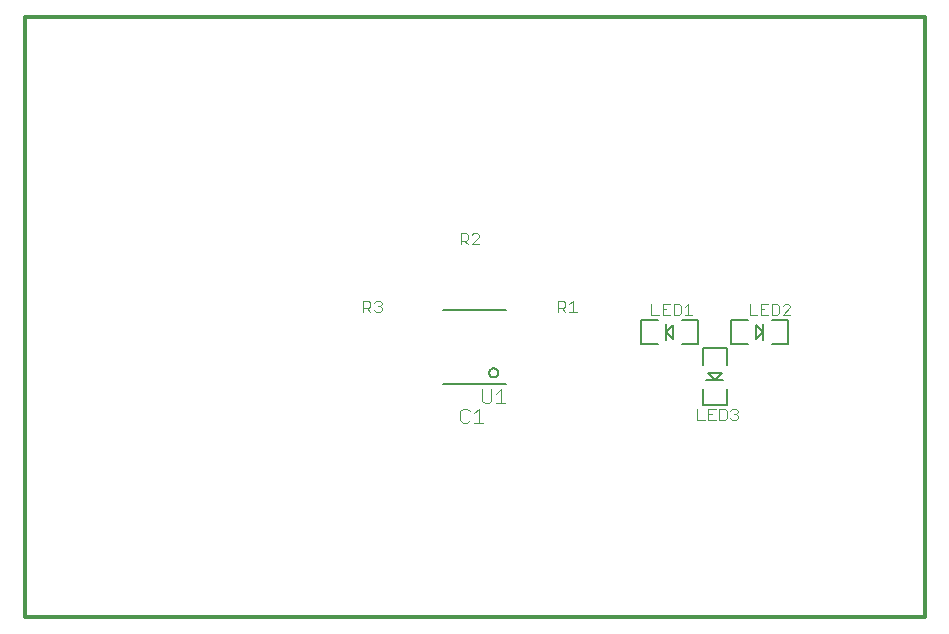
<source format=gto>
G75*
%MOIN*%
%OFA0B0*%
%FSLAX24Y24*%
%IPPOS*%
%LPD*%
%AMOC8*
5,1,8,0,0,1.08239X$1,22.5*
%
%ADD10C,0.0140*%
%ADD11C,0.0080*%
%ADD12C,0.0030*%
%ADD13C,0.0040*%
D10*
X000170Y000170D02*
X000170Y020170D01*
X030170Y020170D01*
X030170Y000170D01*
X000170Y000170D01*
D11*
X014117Y007940D02*
X016223Y007940D01*
X015645Y008302D02*
X015647Y008327D01*
X015653Y008350D01*
X015663Y008373D01*
X015676Y008394D01*
X015692Y008412D01*
X015711Y008428D01*
X015732Y008440D01*
X015755Y008449D01*
X015780Y008454D01*
X015804Y008455D01*
X015829Y008452D01*
X015852Y008445D01*
X015874Y008435D01*
X015895Y008421D01*
X015913Y008403D01*
X015927Y008384D01*
X015939Y008362D01*
X015947Y008339D01*
X015951Y008314D01*
X015951Y008290D01*
X015947Y008265D01*
X015939Y008242D01*
X015927Y008220D01*
X015913Y008201D01*
X015895Y008183D01*
X015875Y008169D01*
X015852Y008159D01*
X015829Y008152D01*
X015804Y008149D01*
X015780Y008150D01*
X015755Y008155D01*
X015732Y008164D01*
X015711Y008176D01*
X015692Y008192D01*
X015676Y008210D01*
X015663Y008231D01*
X015653Y008254D01*
X015647Y008277D01*
X015645Y008302D01*
X016223Y010410D02*
X014117Y010410D01*
X020725Y010064D02*
X020725Y009276D01*
X021276Y009276D01*
X021552Y009394D02*
X021552Y009670D01*
X021788Y009906D01*
X021788Y009434D01*
X021552Y009670D01*
X021552Y009946D01*
X021276Y010064D02*
X020725Y010064D01*
X022064Y010064D02*
X022615Y010064D01*
X022615Y009276D01*
X022064Y009276D01*
X022776Y009115D02*
X022776Y008564D01*
X022934Y008288D02*
X023170Y008052D01*
X023406Y008288D01*
X022934Y008288D01*
X022894Y008052D02*
X023170Y008052D01*
X023446Y008052D01*
X023564Y007776D02*
X023564Y007225D01*
X022776Y007225D01*
X022776Y007776D01*
X023564Y008564D02*
X023564Y009115D01*
X022776Y009115D01*
X023725Y009276D02*
X024276Y009276D01*
X024552Y009434D02*
X024788Y009670D01*
X024552Y009906D01*
X024552Y009434D01*
X024788Y009394D02*
X024788Y009670D01*
X024788Y009946D01*
X025064Y010064D02*
X025615Y010064D01*
X025615Y009276D01*
X025064Y009276D01*
X024276Y010064D02*
X023725Y010064D01*
X023725Y009276D01*
D12*
X024335Y010235D02*
X024582Y010235D01*
X024703Y010235D02*
X024950Y010235D01*
X025072Y010235D02*
X025257Y010235D01*
X025319Y010297D01*
X025319Y010544D01*
X025257Y010605D01*
X025072Y010605D01*
X025072Y010235D01*
X024827Y010420D02*
X024703Y010420D01*
X024703Y010605D02*
X024703Y010235D01*
X024335Y010235D02*
X024335Y010605D01*
X024703Y010605D02*
X024950Y010605D01*
X025440Y010544D02*
X025502Y010605D01*
X025625Y010605D01*
X025687Y010544D01*
X025687Y010482D01*
X025440Y010235D01*
X025687Y010235D01*
X022414Y010235D02*
X022167Y010235D01*
X022290Y010235D02*
X022290Y010605D01*
X022167Y010482D01*
X022045Y010544D02*
X022045Y010297D01*
X021984Y010235D01*
X021798Y010235D01*
X021798Y010605D01*
X021984Y010605D01*
X022045Y010544D01*
X021677Y010605D02*
X021430Y010605D01*
X021430Y010235D01*
X021677Y010235D01*
X021553Y010420D02*
X021430Y010420D01*
X021309Y010235D02*
X021062Y010235D01*
X021062Y010605D01*
X018564Y010335D02*
X018317Y010335D01*
X018195Y010335D02*
X018072Y010458D01*
X018134Y010458D02*
X017948Y010458D01*
X017948Y010335D02*
X017948Y010705D01*
X018134Y010705D01*
X018195Y010644D01*
X018195Y010520D01*
X018134Y010458D01*
X018317Y010582D02*
X018440Y010705D01*
X018440Y010335D01*
X015314Y012585D02*
X015067Y012585D01*
X015314Y012832D01*
X015314Y012894D01*
X015252Y012955D01*
X015128Y012955D01*
X015067Y012894D01*
X014945Y012894D02*
X014945Y012770D01*
X014884Y012708D01*
X014698Y012708D01*
X014698Y012585D02*
X014698Y012955D01*
X014884Y012955D01*
X014945Y012894D01*
X014822Y012708D02*
X014945Y012585D01*
X012064Y010644D02*
X012064Y010582D01*
X012002Y010520D01*
X012064Y010458D01*
X012064Y010397D01*
X012002Y010335D01*
X011878Y010335D01*
X011817Y010397D01*
X011695Y010335D02*
X011572Y010458D01*
X011634Y010458D02*
X011448Y010458D01*
X011448Y010335D02*
X011448Y010705D01*
X011634Y010705D01*
X011695Y010644D01*
X011695Y010520D01*
X011634Y010458D01*
X011817Y010644D02*
X011878Y010705D01*
X012002Y010705D01*
X012064Y010644D01*
X012002Y010520D02*
X011940Y010520D01*
X022585Y007105D02*
X022585Y006735D01*
X022832Y006735D01*
X022953Y006735D02*
X023200Y006735D01*
X023322Y006735D02*
X023507Y006735D01*
X023569Y006797D01*
X023569Y007044D01*
X023507Y007105D01*
X023322Y007105D01*
X023322Y006735D01*
X023077Y006920D02*
X022953Y006920D01*
X022953Y007105D02*
X022953Y006735D01*
X022953Y007105D02*
X023200Y007105D01*
X023690Y007044D02*
X023752Y007105D01*
X023875Y007105D01*
X023937Y007044D01*
X023937Y006982D01*
X023875Y006920D01*
X023937Y006858D01*
X023937Y006797D01*
X023875Y006735D01*
X023752Y006735D01*
X023690Y006797D01*
X023813Y006920D02*
X023875Y006920D01*
D13*
X016188Y007292D02*
X015881Y007292D01*
X016035Y007292D02*
X016035Y007753D01*
X015881Y007599D01*
X015728Y007753D02*
X015728Y007369D01*
X015651Y007292D01*
X015498Y007292D01*
X015421Y007369D01*
X015421Y007753D01*
X015304Y007100D02*
X015150Y006947D01*
X014997Y007024D02*
X014920Y007100D01*
X014767Y007100D01*
X014690Y007024D01*
X014690Y006717D01*
X014767Y006640D01*
X014920Y006640D01*
X014997Y006717D01*
X015150Y006640D02*
X015457Y006640D01*
X015304Y006640D02*
X015304Y007100D01*
M02*

</source>
